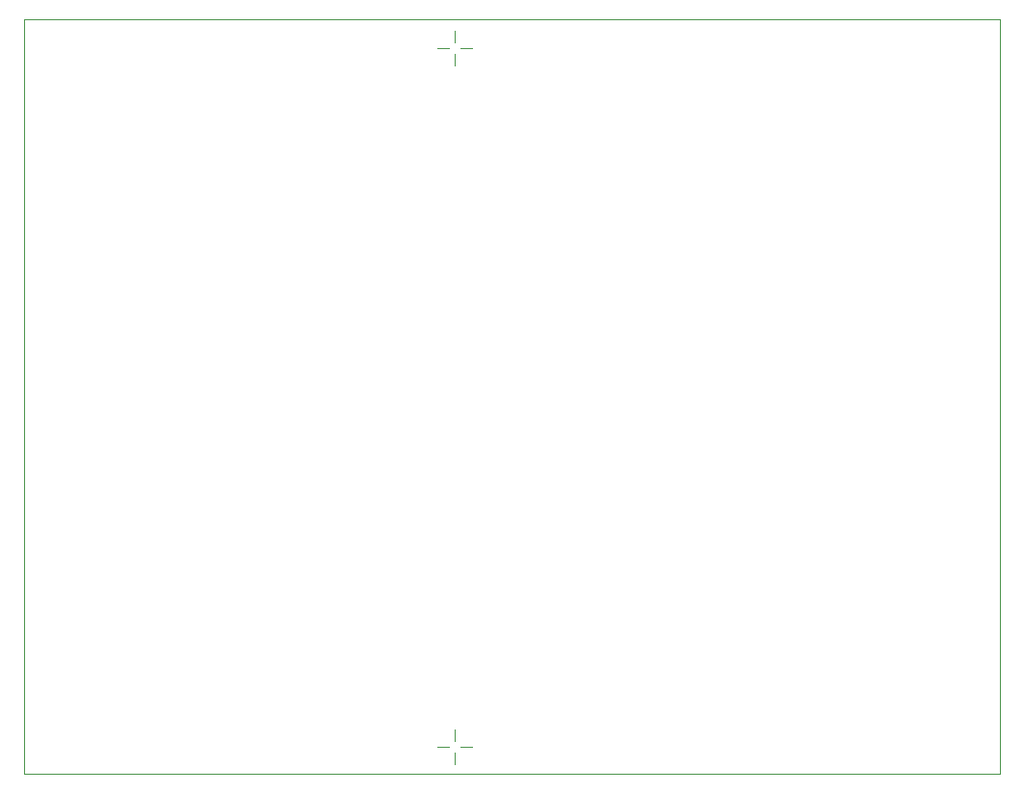
<source format=gko>
*%FSLAX23Y23*%
*%MOIN*%
G01*
D11*
X8312Y6692D02*
X11687D01*
Y9307D02*
X8312D01*
Y6692D01*
X11687D02*
Y9307D01*
D18*
X9802Y9187D02*
Y9147D01*
Y9227D02*
Y9267D01*
X9782Y9207D02*
X9742D01*
X9822D02*
X9862D01*
X9802Y6767D02*
Y6727D01*
Y6807D02*
Y6847D01*
X9782Y6787D02*
X9742D01*
X9822D02*
X9862D01*
D02*
M02*

</source>
